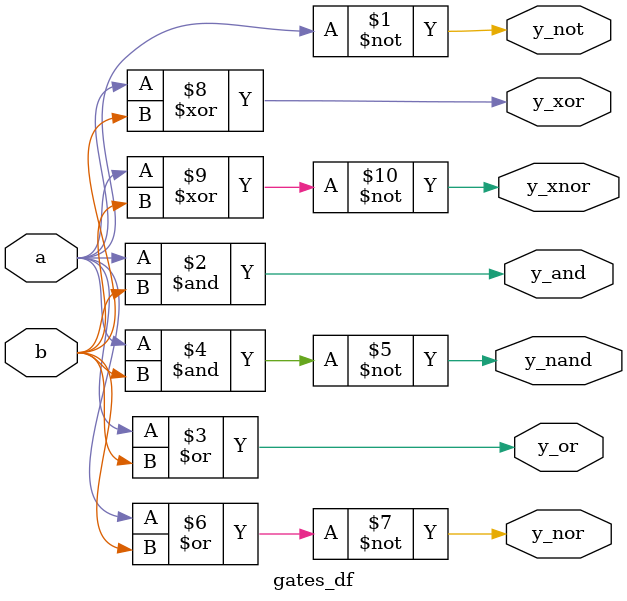
<source format=v>
`timescale 1ns / 1ps


module gates_df(

    input  wire a,
    input  wire b,
    output wire y_not,
    output wire y_and,
    output wire y_or,
    output wire y_nand,
    output wire y_nor,
    output wire y_xor,
    output wire y_xnor
);

    assign y_not  = ~a;
    assign y_and  = a & b;
    assign y_or   = a | b;
    assign y_nand = ~(a & b);
    assign y_nor  = ~(a | b);
    assign y_xor  = a ^ b;
    assign y_xnor = ~(a ^ b);

endmodule
</source>
